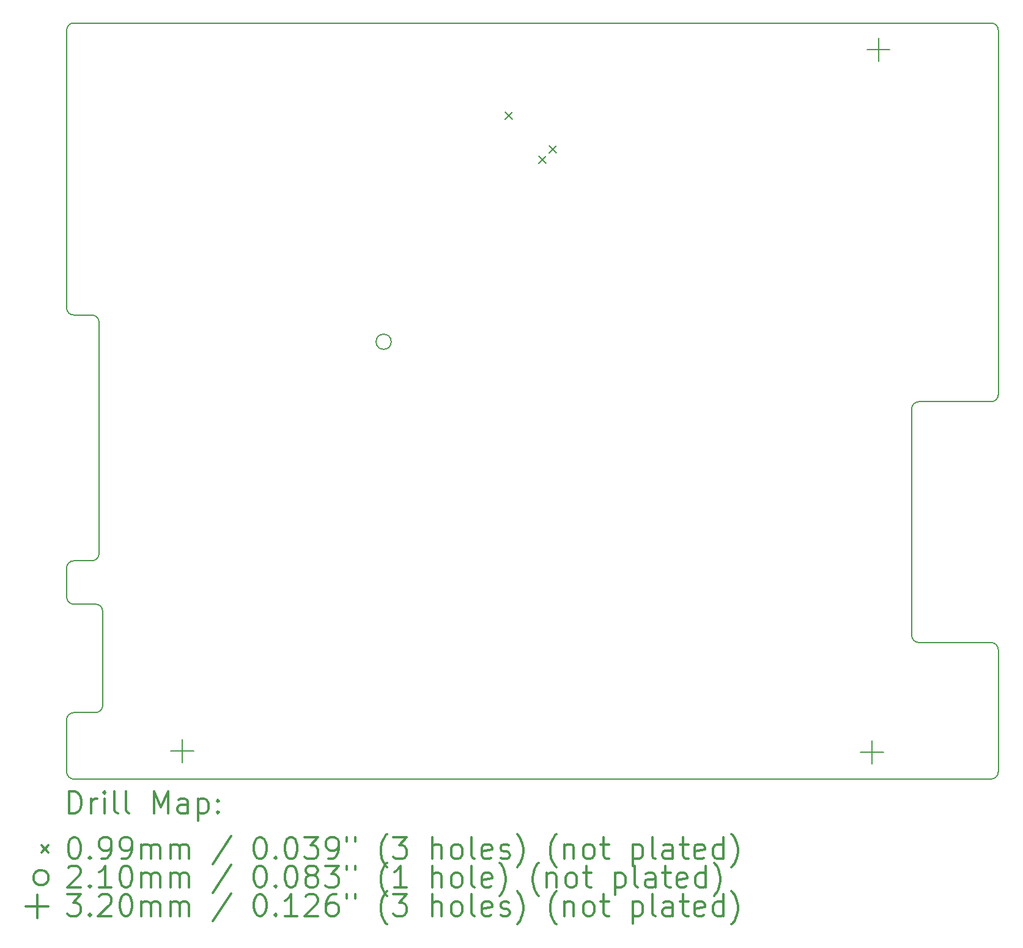
<source format=gbr>
%FSLAX45Y45*%
G04 Gerber Fmt 4.5, Leading zero omitted, Abs format (unit mm)*
G04 Created by KiCad (PCBNEW (5.1.5)-3) date 2020-12-06 10:31:18*
%MOMM*%
%LPD*%
G04 APERTURE LIST*
%TA.AperFunction,Profile*%
%ADD10C,0.150000*%
%TD*%
%ADD11C,0.200000*%
%ADD12C,0.300000*%
G04 APERTURE END LIST*
D10*
X8650000Y-9200000D02*
G75*
G02X8750000Y-9300000I0J-100000D01*
G01*
X21100000Y-5160000D02*
G75*
G02X21200000Y-5260000I0J-100000D01*
G01*
X21200000Y-10300000D02*
G75*
G02X21100000Y-10400000I-100000J0D01*
G01*
X20000000Y-10500000D02*
G75*
G02X20100000Y-10400000I100000J0D01*
G01*
X20100000Y-13730000D02*
G75*
G02X20000000Y-13630000I0J100000D01*
G01*
X21100000Y-13730000D02*
G75*
G02X21200000Y-13830000I0J-100000D01*
G01*
X21200000Y-15520000D02*
G75*
G02X21100000Y-15620000I-100000J0D01*
G01*
X8400000Y-15620000D02*
G75*
G02X8300000Y-15520000I0J100000D01*
G01*
X8300000Y-14800000D02*
G75*
G02X8400000Y-14700000I100000J0D01*
G01*
X8800000Y-14600000D02*
G75*
G02X8700000Y-14700000I-100000J0D01*
G01*
X8700000Y-13200000D02*
G75*
G02X8800000Y-13300000I0J-100000D01*
G01*
X8650000Y-12600000D02*
X8400000Y-12600000D01*
X8750000Y-12500000D02*
G75*
G02X8650000Y-12600000I-100000J0D01*
G01*
X8300000Y-12700000D02*
G75*
G02X8400000Y-12600000I100000J0D01*
G01*
X8400000Y-13200000D02*
G75*
G02X8300000Y-13100000I0J100000D01*
G01*
X8400000Y-9200000D02*
G75*
G02X8300000Y-9100000I0J100000D01*
G01*
X8300000Y-5260000D02*
G75*
G02X8400000Y-5160000I100000J0D01*
G01*
X8700000Y-13200000D02*
X8400000Y-13200000D01*
X8300000Y-12700000D02*
X8300000Y-13100000D01*
X8300000Y-14800000D02*
X8300000Y-15520000D01*
X8400000Y-14700000D02*
X8700000Y-14700000D01*
X8800000Y-14600000D02*
X8800000Y-13300000D01*
X21200000Y-13830000D02*
X21200000Y-15520000D01*
X20100000Y-10400000D02*
X21100000Y-10400000D01*
X20000000Y-13630000D02*
X20000000Y-10500000D01*
X21100000Y-13730000D02*
X20100000Y-13730000D01*
X8650000Y-9200000D02*
X8400000Y-9200000D01*
X8750000Y-12500000D02*
X8750000Y-9300000D01*
X21100000Y-5160000D02*
X8400000Y-5160000D01*
X21200000Y-10300000D02*
X21200000Y-5260000D01*
X8400000Y-15620000D02*
X21100000Y-15620000D01*
X8300000Y-5260000D02*
X8300000Y-9100000D01*
D11*
X14371062Y-6391062D02*
X14470122Y-6490122D01*
X14470122Y-6391062D02*
X14371062Y-6490122D01*
X14838036Y-7001720D02*
X14937096Y-7100780D01*
X14937096Y-7001720D02*
X14838036Y-7100780D01*
X14981720Y-6858036D02*
X15080780Y-6957096D01*
X15080780Y-6858036D02*
X14981720Y-6957096D01*
X12795000Y-9570000D02*
G75*
G03X12795000Y-9570000I-105000J0D01*
G01*
X9900000Y-15070000D02*
X9900000Y-15390000D01*
X9740000Y-15230000D02*
X10060000Y-15230000D01*
X19450000Y-15090000D02*
X19450000Y-15410000D01*
X19290000Y-15250000D02*
X19610000Y-15250000D01*
X19540000Y-5370000D02*
X19540000Y-5690000D01*
X19380000Y-5530000D02*
X19700000Y-5530000D01*
D12*
X8336428Y-16093214D02*
X8336428Y-15793214D01*
X8407857Y-15793214D01*
X8450714Y-15807500D01*
X8479286Y-15836071D01*
X8493571Y-15864643D01*
X8507857Y-15921786D01*
X8507857Y-15964643D01*
X8493571Y-16021786D01*
X8479286Y-16050357D01*
X8450714Y-16078929D01*
X8407857Y-16093214D01*
X8336428Y-16093214D01*
X8636429Y-16093214D02*
X8636429Y-15893214D01*
X8636429Y-15950357D02*
X8650714Y-15921786D01*
X8665000Y-15907500D01*
X8693571Y-15893214D01*
X8722143Y-15893214D01*
X8822143Y-16093214D02*
X8822143Y-15893214D01*
X8822143Y-15793214D02*
X8807857Y-15807500D01*
X8822143Y-15821786D01*
X8836429Y-15807500D01*
X8822143Y-15793214D01*
X8822143Y-15821786D01*
X9007857Y-16093214D02*
X8979286Y-16078929D01*
X8965000Y-16050357D01*
X8965000Y-15793214D01*
X9165000Y-16093214D02*
X9136429Y-16078929D01*
X9122143Y-16050357D01*
X9122143Y-15793214D01*
X9507857Y-16093214D02*
X9507857Y-15793214D01*
X9607857Y-16007500D01*
X9707857Y-15793214D01*
X9707857Y-16093214D01*
X9979286Y-16093214D02*
X9979286Y-15936071D01*
X9965000Y-15907500D01*
X9936429Y-15893214D01*
X9879286Y-15893214D01*
X9850714Y-15907500D01*
X9979286Y-16078929D02*
X9950714Y-16093214D01*
X9879286Y-16093214D01*
X9850714Y-16078929D01*
X9836429Y-16050357D01*
X9836429Y-16021786D01*
X9850714Y-15993214D01*
X9879286Y-15978929D01*
X9950714Y-15978929D01*
X9979286Y-15964643D01*
X10122143Y-15893214D02*
X10122143Y-16193214D01*
X10122143Y-15907500D02*
X10150714Y-15893214D01*
X10207857Y-15893214D01*
X10236429Y-15907500D01*
X10250714Y-15921786D01*
X10265000Y-15950357D01*
X10265000Y-16036071D01*
X10250714Y-16064643D01*
X10236429Y-16078929D01*
X10207857Y-16093214D01*
X10150714Y-16093214D01*
X10122143Y-16078929D01*
X10393571Y-16064643D02*
X10407857Y-16078929D01*
X10393571Y-16093214D01*
X10379286Y-16078929D01*
X10393571Y-16064643D01*
X10393571Y-16093214D01*
X10393571Y-15907500D02*
X10407857Y-15921786D01*
X10393571Y-15936071D01*
X10379286Y-15921786D01*
X10393571Y-15907500D01*
X10393571Y-15936071D01*
X7950940Y-16537970D02*
X8050000Y-16637030D01*
X8050000Y-16537970D02*
X7950940Y-16637030D01*
X8393571Y-16423214D02*
X8422143Y-16423214D01*
X8450714Y-16437500D01*
X8465000Y-16451786D01*
X8479286Y-16480357D01*
X8493571Y-16537500D01*
X8493571Y-16608929D01*
X8479286Y-16666071D01*
X8465000Y-16694643D01*
X8450714Y-16708929D01*
X8422143Y-16723214D01*
X8393571Y-16723214D01*
X8365000Y-16708929D01*
X8350714Y-16694643D01*
X8336428Y-16666071D01*
X8322143Y-16608929D01*
X8322143Y-16537500D01*
X8336428Y-16480357D01*
X8350714Y-16451786D01*
X8365000Y-16437500D01*
X8393571Y-16423214D01*
X8622143Y-16694643D02*
X8636429Y-16708929D01*
X8622143Y-16723214D01*
X8607857Y-16708929D01*
X8622143Y-16694643D01*
X8622143Y-16723214D01*
X8779286Y-16723214D02*
X8836429Y-16723214D01*
X8865000Y-16708929D01*
X8879286Y-16694643D01*
X8907857Y-16651786D01*
X8922143Y-16594643D01*
X8922143Y-16480357D01*
X8907857Y-16451786D01*
X8893571Y-16437500D01*
X8865000Y-16423214D01*
X8807857Y-16423214D01*
X8779286Y-16437500D01*
X8765000Y-16451786D01*
X8750714Y-16480357D01*
X8750714Y-16551786D01*
X8765000Y-16580357D01*
X8779286Y-16594643D01*
X8807857Y-16608929D01*
X8865000Y-16608929D01*
X8893571Y-16594643D01*
X8907857Y-16580357D01*
X8922143Y-16551786D01*
X9065000Y-16723214D02*
X9122143Y-16723214D01*
X9150714Y-16708929D01*
X9165000Y-16694643D01*
X9193571Y-16651786D01*
X9207857Y-16594643D01*
X9207857Y-16480357D01*
X9193571Y-16451786D01*
X9179286Y-16437500D01*
X9150714Y-16423214D01*
X9093571Y-16423214D01*
X9065000Y-16437500D01*
X9050714Y-16451786D01*
X9036429Y-16480357D01*
X9036429Y-16551786D01*
X9050714Y-16580357D01*
X9065000Y-16594643D01*
X9093571Y-16608929D01*
X9150714Y-16608929D01*
X9179286Y-16594643D01*
X9193571Y-16580357D01*
X9207857Y-16551786D01*
X9336429Y-16723214D02*
X9336429Y-16523214D01*
X9336429Y-16551786D02*
X9350714Y-16537500D01*
X9379286Y-16523214D01*
X9422143Y-16523214D01*
X9450714Y-16537500D01*
X9465000Y-16566071D01*
X9465000Y-16723214D01*
X9465000Y-16566071D02*
X9479286Y-16537500D01*
X9507857Y-16523214D01*
X9550714Y-16523214D01*
X9579286Y-16537500D01*
X9593571Y-16566071D01*
X9593571Y-16723214D01*
X9736429Y-16723214D02*
X9736429Y-16523214D01*
X9736429Y-16551786D02*
X9750714Y-16537500D01*
X9779286Y-16523214D01*
X9822143Y-16523214D01*
X9850714Y-16537500D01*
X9865000Y-16566071D01*
X9865000Y-16723214D01*
X9865000Y-16566071D02*
X9879286Y-16537500D01*
X9907857Y-16523214D01*
X9950714Y-16523214D01*
X9979286Y-16537500D01*
X9993571Y-16566071D01*
X9993571Y-16723214D01*
X10579286Y-16408929D02*
X10322143Y-16794643D01*
X10965000Y-16423214D02*
X10993571Y-16423214D01*
X11022143Y-16437500D01*
X11036429Y-16451786D01*
X11050714Y-16480357D01*
X11065000Y-16537500D01*
X11065000Y-16608929D01*
X11050714Y-16666071D01*
X11036429Y-16694643D01*
X11022143Y-16708929D01*
X10993571Y-16723214D01*
X10965000Y-16723214D01*
X10936429Y-16708929D01*
X10922143Y-16694643D01*
X10907857Y-16666071D01*
X10893571Y-16608929D01*
X10893571Y-16537500D01*
X10907857Y-16480357D01*
X10922143Y-16451786D01*
X10936429Y-16437500D01*
X10965000Y-16423214D01*
X11193571Y-16694643D02*
X11207857Y-16708929D01*
X11193571Y-16723214D01*
X11179286Y-16708929D01*
X11193571Y-16694643D01*
X11193571Y-16723214D01*
X11393571Y-16423214D02*
X11422143Y-16423214D01*
X11450714Y-16437500D01*
X11465000Y-16451786D01*
X11479286Y-16480357D01*
X11493571Y-16537500D01*
X11493571Y-16608929D01*
X11479286Y-16666071D01*
X11465000Y-16694643D01*
X11450714Y-16708929D01*
X11422143Y-16723214D01*
X11393571Y-16723214D01*
X11365000Y-16708929D01*
X11350714Y-16694643D01*
X11336428Y-16666071D01*
X11322143Y-16608929D01*
X11322143Y-16537500D01*
X11336428Y-16480357D01*
X11350714Y-16451786D01*
X11365000Y-16437500D01*
X11393571Y-16423214D01*
X11593571Y-16423214D02*
X11779286Y-16423214D01*
X11679286Y-16537500D01*
X11722143Y-16537500D01*
X11750714Y-16551786D01*
X11765000Y-16566071D01*
X11779286Y-16594643D01*
X11779286Y-16666071D01*
X11765000Y-16694643D01*
X11750714Y-16708929D01*
X11722143Y-16723214D01*
X11636428Y-16723214D01*
X11607857Y-16708929D01*
X11593571Y-16694643D01*
X11922143Y-16723214D02*
X11979286Y-16723214D01*
X12007857Y-16708929D01*
X12022143Y-16694643D01*
X12050714Y-16651786D01*
X12065000Y-16594643D01*
X12065000Y-16480357D01*
X12050714Y-16451786D01*
X12036428Y-16437500D01*
X12007857Y-16423214D01*
X11950714Y-16423214D01*
X11922143Y-16437500D01*
X11907857Y-16451786D01*
X11893571Y-16480357D01*
X11893571Y-16551786D01*
X11907857Y-16580357D01*
X11922143Y-16594643D01*
X11950714Y-16608929D01*
X12007857Y-16608929D01*
X12036428Y-16594643D01*
X12050714Y-16580357D01*
X12065000Y-16551786D01*
X12179286Y-16423214D02*
X12179286Y-16480357D01*
X12293571Y-16423214D02*
X12293571Y-16480357D01*
X12736428Y-16837500D02*
X12722143Y-16823214D01*
X12693571Y-16780357D01*
X12679286Y-16751786D01*
X12665000Y-16708929D01*
X12650714Y-16637500D01*
X12650714Y-16580357D01*
X12665000Y-16508929D01*
X12679286Y-16466071D01*
X12693571Y-16437500D01*
X12722143Y-16394643D01*
X12736428Y-16380357D01*
X12822143Y-16423214D02*
X13007857Y-16423214D01*
X12907857Y-16537500D01*
X12950714Y-16537500D01*
X12979286Y-16551786D01*
X12993571Y-16566071D01*
X13007857Y-16594643D01*
X13007857Y-16666071D01*
X12993571Y-16694643D01*
X12979286Y-16708929D01*
X12950714Y-16723214D01*
X12865000Y-16723214D01*
X12836428Y-16708929D01*
X12822143Y-16694643D01*
X13365000Y-16723214D02*
X13365000Y-16423214D01*
X13493571Y-16723214D02*
X13493571Y-16566071D01*
X13479286Y-16537500D01*
X13450714Y-16523214D01*
X13407857Y-16523214D01*
X13379286Y-16537500D01*
X13365000Y-16551786D01*
X13679286Y-16723214D02*
X13650714Y-16708929D01*
X13636428Y-16694643D01*
X13622143Y-16666071D01*
X13622143Y-16580357D01*
X13636428Y-16551786D01*
X13650714Y-16537500D01*
X13679286Y-16523214D01*
X13722143Y-16523214D01*
X13750714Y-16537500D01*
X13765000Y-16551786D01*
X13779286Y-16580357D01*
X13779286Y-16666071D01*
X13765000Y-16694643D01*
X13750714Y-16708929D01*
X13722143Y-16723214D01*
X13679286Y-16723214D01*
X13950714Y-16723214D02*
X13922143Y-16708929D01*
X13907857Y-16680357D01*
X13907857Y-16423214D01*
X14179286Y-16708929D02*
X14150714Y-16723214D01*
X14093571Y-16723214D01*
X14065000Y-16708929D01*
X14050714Y-16680357D01*
X14050714Y-16566071D01*
X14065000Y-16537500D01*
X14093571Y-16523214D01*
X14150714Y-16523214D01*
X14179286Y-16537500D01*
X14193571Y-16566071D01*
X14193571Y-16594643D01*
X14050714Y-16623214D01*
X14307857Y-16708929D02*
X14336428Y-16723214D01*
X14393571Y-16723214D01*
X14422143Y-16708929D01*
X14436428Y-16680357D01*
X14436428Y-16666071D01*
X14422143Y-16637500D01*
X14393571Y-16623214D01*
X14350714Y-16623214D01*
X14322143Y-16608929D01*
X14307857Y-16580357D01*
X14307857Y-16566071D01*
X14322143Y-16537500D01*
X14350714Y-16523214D01*
X14393571Y-16523214D01*
X14422143Y-16537500D01*
X14536428Y-16837500D02*
X14550714Y-16823214D01*
X14579286Y-16780357D01*
X14593571Y-16751786D01*
X14607857Y-16708929D01*
X14622143Y-16637500D01*
X14622143Y-16580357D01*
X14607857Y-16508929D01*
X14593571Y-16466071D01*
X14579286Y-16437500D01*
X14550714Y-16394643D01*
X14536428Y-16380357D01*
X15079286Y-16837500D02*
X15065000Y-16823214D01*
X15036428Y-16780357D01*
X15022143Y-16751786D01*
X15007857Y-16708929D01*
X14993571Y-16637500D01*
X14993571Y-16580357D01*
X15007857Y-16508929D01*
X15022143Y-16466071D01*
X15036428Y-16437500D01*
X15065000Y-16394643D01*
X15079286Y-16380357D01*
X15193571Y-16523214D02*
X15193571Y-16723214D01*
X15193571Y-16551786D02*
X15207857Y-16537500D01*
X15236428Y-16523214D01*
X15279286Y-16523214D01*
X15307857Y-16537500D01*
X15322143Y-16566071D01*
X15322143Y-16723214D01*
X15507857Y-16723214D02*
X15479286Y-16708929D01*
X15465000Y-16694643D01*
X15450714Y-16666071D01*
X15450714Y-16580357D01*
X15465000Y-16551786D01*
X15479286Y-16537500D01*
X15507857Y-16523214D01*
X15550714Y-16523214D01*
X15579286Y-16537500D01*
X15593571Y-16551786D01*
X15607857Y-16580357D01*
X15607857Y-16666071D01*
X15593571Y-16694643D01*
X15579286Y-16708929D01*
X15550714Y-16723214D01*
X15507857Y-16723214D01*
X15693571Y-16523214D02*
X15807857Y-16523214D01*
X15736428Y-16423214D02*
X15736428Y-16680357D01*
X15750714Y-16708929D01*
X15779286Y-16723214D01*
X15807857Y-16723214D01*
X16136428Y-16523214D02*
X16136428Y-16823214D01*
X16136428Y-16537500D02*
X16165000Y-16523214D01*
X16222143Y-16523214D01*
X16250714Y-16537500D01*
X16265000Y-16551786D01*
X16279286Y-16580357D01*
X16279286Y-16666071D01*
X16265000Y-16694643D01*
X16250714Y-16708929D01*
X16222143Y-16723214D01*
X16165000Y-16723214D01*
X16136428Y-16708929D01*
X16450714Y-16723214D02*
X16422143Y-16708929D01*
X16407857Y-16680357D01*
X16407857Y-16423214D01*
X16693571Y-16723214D02*
X16693571Y-16566071D01*
X16679286Y-16537500D01*
X16650714Y-16523214D01*
X16593571Y-16523214D01*
X16565000Y-16537500D01*
X16693571Y-16708929D02*
X16665000Y-16723214D01*
X16593571Y-16723214D01*
X16565000Y-16708929D01*
X16550714Y-16680357D01*
X16550714Y-16651786D01*
X16565000Y-16623214D01*
X16593571Y-16608929D01*
X16665000Y-16608929D01*
X16693571Y-16594643D01*
X16793571Y-16523214D02*
X16907857Y-16523214D01*
X16836429Y-16423214D02*
X16836429Y-16680357D01*
X16850714Y-16708929D01*
X16879286Y-16723214D01*
X16907857Y-16723214D01*
X17122143Y-16708929D02*
X17093571Y-16723214D01*
X17036429Y-16723214D01*
X17007857Y-16708929D01*
X16993571Y-16680357D01*
X16993571Y-16566071D01*
X17007857Y-16537500D01*
X17036429Y-16523214D01*
X17093571Y-16523214D01*
X17122143Y-16537500D01*
X17136429Y-16566071D01*
X17136429Y-16594643D01*
X16993571Y-16623214D01*
X17393571Y-16723214D02*
X17393571Y-16423214D01*
X17393571Y-16708929D02*
X17365000Y-16723214D01*
X17307857Y-16723214D01*
X17279286Y-16708929D01*
X17265000Y-16694643D01*
X17250714Y-16666071D01*
X17250714Y-16580357D01*
X17265000Y-16551786D01*
X17279286Y-16537500D01*
X17307857Y-16523214D01*
X17365000Y-16523214D01*
X17393571Y-16537500D01*
X17507857Y-16837500D02*
X17522143Y-16823214D01*
X17550714Y-16780357D01*
X17565000Y-16751786D01*
X17579286Y-16708929D01*
X17593571Y-16637500D01*
X17593571Y-16580357D01*
X17579286Y-16508929D01*
X17565000Y-16466071D01*
X17550714Y-16437500D01*
X17522143Y-16394643D01*
X17507857Y-16380357D01*
X8050000Y-16983500D02*
G75*
G03X8050000Y-16983500I-105000J0D01*
G01*
X8322143Y-16847786D02*
X8336428Y-16833500D01*
X8365000Y-16819214D01*
X8436429Y-16819214D01*
X8465000Y-16833500D01*
X8479286Y-16847786D01*
X8493571Y-16876357D01*
X8493571Y-16904929D01*
X8479286Y-16947786D01*
X8307857Y-17119214D01*
X8493571Y-17119214D01*
X8622143Y-17090643D02*
X8636429Y-17104929D01*
X8622143Y-17119214D01*
X8607857Y-17104929D01*
X8622143Y-17090643D01*
X8622143Y-17119214D01*
X8922143Y-17119214D02*
X8750714Y-17119214D01*
X8836429Y-17119214D02*
X8836429Y-16819214D01*
X8807857Y-16862072D01*
X8779286Y-16890643D01*
X8750714Y-16904929D01*
X9107857Y-16819214D02*
X9136429Y-16819214D01*
X9165000Y-16833500D01*
X9179286Y-16847786D01*
X9193571Y-16876357D01*
X9207857Y-16933500D01*
X9207857Y-17004929D01*
X9193571Y-17062072D01*
X9179286Y-17090643D01*
X9165000Y-17104929D01*
X9136429Y-17119214D01*
X9107857Y-17119214D01*
X9079286Y-17104929D01*
X9065000Y-17090643D01*
X9050714Y-17062072D01*
X9036429Y-17004929D01*
X9036429Y-16933500D01*
X9050714Y-16876357D01*
X9065000Y-16847786D01*
X9079286Y-16833500D01*
X9107857Y-16819214D01*
X9336429Y-17119214D02*
X9336429Y-16919214D01*
X9336429Y-16947786D02*
X9350714Y-16933500D01*
X9379286Y-16919214D01*
X9422143Y-16919214D01*
X9450714Y-16933500D01*
X9465000Y-16962072D01*
X9465000Y-17119214D01*
X9465000Y-16962072D02*
X9479286Y-16933500D01*
X9507857Y-16919214D01*
X9550714Y-16919214D01*
X9579286Y-16933500D01*
X9593571Y-16962072D01*
X9593571Y-17119214D01*
X9736429Y-17119214D02*
X9736429Y-16919214D01*
X9736429Y-16947786D02*
X9750714Y-16933500D01*
X9779286Y-16919214D01*
X9822143Y-16919214D01*
X9850714Y-16933500D01*
X9865000Y-16962072D01*
X9865000Y-17119214D01*
X9865000Y-16962072D02*
X9879286Y-16933500D01*
X9907857Y-16919214D01*
X9950714Y-16919214D01*
X9979286Y-16933500D01*
X9993571Y-16962072D01*
X9993571Y-17119214D01*
X10579286Y-16804929D02*
X10322143Y-17190643D01*
X10965000Y-16819214D02*
X10993571Y-16819214D01*
X11022143Y-16833500D01*
X11036429Y-16847786D01*
X11050714Y-16876357D01*
X11065000Y-16933500D01*
X11065000Y-17004929D01*
X11050714Y-17062072D01*
X11036429Y-17090643D01*
X11022143Y-17104929D01*
X10993571Y-17119214D01*
X10965000Y-17119214D01*
X10936429Y-17104929D01*
X10922143Y-17090643D01*
X10907857Y-17062072D01*
X10893571Y-17004929D01*
X10893571Y-16933500D01*
X10907857Y-16876357D01*
X10922143Y-16847786D01*
X10936429Y-16833500D01*
X10965000Y-16819214D01*
X11193571Y-17090643D02*
X11207857Y-17104929D01*
X11193571Y-17119214D01*
X11179286Y-17104929D01*
X11193571Y-17090643D01*
X11193571Y-17119214D01*
X11393571Y-16819214D02*
X11422143Y-16819214D01*
X11450714Y-16833500D01*
X11465000Y-16847786D01*
X11479286Y-16876357D01*
X11493571Y-16933500D01*
X11493571Y-17004929D01*
X11479286Y-17062072D01*
X11465000Y-17090643D01*
X11450714Y-17104929D01*
X11422143Y-17119214D01*
X11393571Y-17119214D01*
X11365000Y-17104929D01*
X11350714Y-17090643D01*
X11336428Y-17062072D01*
X11322143Y-17004929D01*
X11322143Y-16933500D01*
X11336428Y-16876357D01*
X11350714Y-16847786D01*
X11365000Y-16833500D01*
X11393571Y-16819214D01*
X11665000Y-16947786D02*
X11636428Y-16933500D01*
X11622143Y-16919214D01*
X11607857Y-16890643D01*
X11607857Y-16876357D01*
X11622143Y-16847786D01*
X11636428Y-16833500D01*
X11665000Y-16819214D01*
X11722143Y-16819214D01*
X11750714Y-16833500D01*
X11765000Y-16847786D01*
X11779286Y-16876357D01*
X11779286Y-16890643D01*
X11765000Y-16919214D01*
X11750714Y-16933500D01*
X11722143Y-16947786D01*
X11665000Y-16947786D01*
X11636428Y-16962072D01*
X11622143Y-16976357D01*
X11607857Y-17004929D01*
X11607857Y-17062072D01*
X11622143Y-17090643D01*
X11636428Y-17104929D01*
X11665000Y-17119214D01*
X11722143Y-17119214D01*
X11750714Y-17104929D01*
X11765000Y-17090643D01*
X11779286Y-17062072D01*
X11779286Y-17004929D01*
X11765000Y-16976357D01*
X11750714Y-16962072D01*
X11722143Y-16947786D01*
X11879286Y-16819214D02*
X12065000Y-16819214D01*
X11965000Y-16933500D01*
X12007857Y-16933500D01*
X12036428Y-16947786D01*
X12050714Y-16962072D01*
X12065000Y-16990643D01*
X12065000Y-17062072D01*
X12050714Y-17090643D01*
X12036428Y-17104929D01*
X12007857Y-17119214D01*
X11922143Y-17119214D01*
X11893571Y-17104929D01*
X11879286Y-17090643D01*
X12179286Y-16819214D02*
X12179286Y-16876357D01*
X12293571Y-16819214D02*
X12293571Y-16876357D01*
X12736428Y-17233500D02*
X12722143Y-17219214D01*
X12693571Y-17176357D01*
X12679286Y-17147786D01*
X12665000Y-17104929D01*
X12650714Y-17033500D01*
X12650714Y-16976357D01*
X12665000Y-16904929D01*
X12679286Y-16862072D01*
X12693571Y-16833500D01*
X12722143Y-16790643D01*
X12736428Y-16776357D01*
X13007857Y-17119214D02*
X12836428Y-17119214D01*
X12922143Y-17119214D02*
X12922143Y-16819214D01*
X12893571Y-16862072D01*
X12865000Y-16890643D01*
X12836428Y-16904929D01*
X13365000Y-17119214D02*
X13365000Y-16819214D01*
X13493571Y-17119214D02*
X13493571Y-16962072D01*
X13479286Y-16933500D01*
X13450714Y-16919214D01*
X13407857Y-16919214D01*
X13379286Y-16933500D01*
X13365000Y-16947786D01*
X13679286Y-17119214D02*
X13650714Y-17104929D01*
X13636428Y-17090643D01*
X13622143Y-17062072D01*
X13622143Y-16976357D01*
X13636428Y-16947786D01*
X13650714Y-16933500D01*
X13679286Y-16919214D01*
X13722143Y-16919214D01*
X13750714Y-16933500D01*
X13765000Y-16947786D01*
X13779286Y-16976357D01*
X13779286Y-17062072D01*
X13765000Y-17090643D01*
X13750714Y-17104929D01*
X13722143Y-17119214D01*
X13679286Y-17119214D01*
X13950714Y-17119214D02*
X13922143Y-17104929D01*
X13907857Y-17076357D01*
X13907857Y-16819214D01*
X14179286Y-17104929D02*
X14150714Y-17119214D01*
X14093571Y-17119214D01*
X14065000Y-17104929D01*
X14050714Y-17076357D01*
X14050714Y-16962072D01*
X14065000Y-16933500D01*
X14093571Y-16919214D01*
X14150714Y-16919214D01*
X14179286Y-16933500D01*
X14193571Y-16962072D01*
X14193571Y-16990643D01*
X14050714Y-17019214D01*
X14293571Y-17233500D02*
X14307857Y-17219214D01*
X14336428Y-17176357D01*
X14350714Y-17147786D01*
X14365000Y-17104929D01*
X14379286Y-17033500D01*
X14379286Y-16976357D01*
X14365000Y-16904929D01*
X14350714Y-16862072D01*
X14336428Y-16833500D01*
X14307857Y-16790643D01*
X14293571Y-16776357D01*
X14836428Y-17233500D02*
X14822143Y-17219214D01*
X14793571Y-17176357D01*
X14779286Y-17147786D01*
X14765000Y-17104929D01*
X14750714Y-17033500D01*
X14750714Y-16976357D01*
X14765000Y-16904929D01*
X14779286Y-16862072D01*
X14793571Y-16833500D01*
X14822143Y-16790643D01*
X14836428Y-16776357D01*
X14950714Y-16919214D02*
X14950714Y-17119214D01*
X14950714Y-16947786D02*
X14965000Y-16933500D01*
X14993571Y-16919214D01*
X15036428Y-16919214D01*
X15065000Y-16933500D01*
X15079286Y-16962072D01*
X15079286Y-17119214D01*
X15265000Y-17119214D02*
X15236428Y-17104929D01*
X15222143Y-17090643D01*
X15207857Y-17062072D01*
X15207857Y-16976357D01*
X15222143Y-16947786D01*
X15236428Y-16933500D01*
X15265000Y-16919214D01*
X15307857Y-16919214D01*
X15336428Y-16933500D01*
X15350714Y-16947786D01*
X15365000Y-16976357D01*
X15365000Y-17062072D01*
X15350714Y-17090643D01*
X15336428Y-17104929D01*
X15307857Y-17119214D01*
X15265000Y-17119214D01*
X15450714Y-16919214D02*
X15565000Y-16919214D01*
X15493571Y-16819214D02*
X15493571Y-17076357D01*
X15507857Y-17104929D01*
X15536428Y-17119214D01*
X15565000Y-17119214D01*
X15893571Y-16919214D02*
X15893571Y-17219214D01*
X15893571Y-16933500D02*
X15922143Y-16919214D01*
X15979286Y-16919214D01*
X16007857Y-16933500D01*
X16022143Y-16947786D01*
X16036428Y-16976357D01*
X16036428Y-17062072D01*
X16022143Y-17090643D01*
X16007857Y-17104929D01*
X15979286Y-17119214D01*
X15922143Y-17119214D01*
X15893571Y-17104929D01*
X16207857Y-17119214D02*
X16179286Y-17104929D01*
X16165000Y-17076357D01*
X16165000Y-16819214D01*
X16450714Y-17119214D02*
X16450714Y-16962072D01*
X16436428Y-16933500D01*
X16407857Y-16919214D01*
X16350714Y-16919214D01*
X16322143Y-16933500D01*
X16450714Y-17104929D02*
X16422143Y-17119214D01*
X16350714Y-17119214D01*
X16322143Y-17104929D01*
X16307857Y-17076357D01*
X16307857Y-17047786D01*
X16322143Y-17019214D01*
X16350714Y-17004929D01*
X16422143Y-17004929D01*
X16450714Y-16990643D01*
X16550714Y-16919214D02*
X16665000Y-16919214D01*
X16593571Y-16819214D02*
X16593571Y-17076357D01*
X16607857Y-17104929D01*
X16636428Y-17119214D01*
X16665000Y-17119214D01*
X16879286Y-17104929D02*
X16850714Y-17119214D01*
X16793571Y-17119214D01*
X16765000Y-17104929D01*
X16750714Y-17076357D01*
X16750714Y-16962072D01*
X16765000Y-16933500D01*
X16793571Y-16919214D01*
X16850714Y-16919214D01*
X16879286Y-16933500D01*
X16893571Y-16962072D01*
X16893571Y-16990643D01*
X16750714Y-17019214D01*
X17150714Y-17119214D02*
X17150714Y-16819214D01*
X17150714Y-17104929D02*
X17122143Y-17119214D01*
X17065000Y-17119214D01*
X17036429Y-17104929D01*
X17022143Y-17090643D01*
X17007857Y-17062072D01*
X17007857Y-16976357D01*
X17022143Y-16947786D01*
X17036429Y-16933500D01*
X17065000Y-16919214D01*
X17122143Y-16919214D01*
X17150714Y-16933500D01*
X17265000Y-17233500D02*
X17279286Y-17219214D01*
X17307857Y-17176357D01*
X17322143Y-17147786D01*
X17336429Y-17104929D01*
X17350714Y-17033500D01*
X17350714Y-16976357D01*
X17336429Y-16904929D01*
X17322143Y-16862072D01*
X17307857Y-16833500D01*
X17279286Y-16790643D01*
X17265000Y-16776357D01*
X7890000Y-17219500D02*
X7890000Y-17539500D01*
X7730000Y-17379500D02*
X8050000Y-17379500D01*
X8307857Y-17215214D02*
X8493571Y-17215214D01*
X8393571Y-17329500D01*
X8436429Y-17329500D01*
X8465000Y-17343786D01*
X8479286Y-17358072D01*
X8493571Y-17386643D01*
X8493571Y-17458072D01*
X8479286Y-17486643D01*
X8465000Y-17500929D01*
X8436429Y-17515214D01*
X8350714Y-17515214D01*
X8322143Y-17500929D01*
X8307857Y-17486643D01*
X8622143Y-17486643D02*
X8636429Y-17500929D01*
X8622143Y-17515214D01*
X8607857Y-17500929D01*
X8622143Y-17486643D01*
X8622143Y-17515214D01*
X8750714Y-17243786D02*
X8765000Y-17229500D01*
X8793571Y-17215214D01*
X8865000Y-17215214D01*
X8893571Y-17229500D01*
X8907857Y-17243786D01*
X8922143Y-17272357D01*
X8922143Y-17300929D01*
X8907857Y-17343786D01*
X8736429Y-17515214D01*
X8922143Y-17515214D01*
X9107857Y-17215214D02*
X9136429Y-17215214D01*
X9165000Y-17229500D01*
X9179286Y-17243786D01*
X9193571Y-17272357D01*
X9207857Y-17329500D01*
X9207857Y-17400929D01*
X9193571Y-17458072D01*
X9179286Y-17486643D01*
X9165000Y-17500929D01*
X9136429Y-17515214D01*
X9107857Y-17515214D01*
X9079286Y-17500929D01*
X9065000Y-17486643D01*
X9050714Y-17458072D01*
X9036429Y-17400929D01*
X9036429Y-17329500D01*
X9050714Y-17272357D01*
X9065000Y-17243786D01*
X9079286Y-17229500D01*
X9107857Y-17215214D01*
X9336429Y-17515214D02*
X9336429Y-17315214D01*
X9336429Y-17343786D02*
X9350714Y-17329500D01*
X9379286Y-17315214D01*
X9422143Y-17315214D01*
X9450714Y-17329500D01*
X9465000Y-17358072D01*
X9465000Y-17515214D01*
X9465000Y-17358072D02*
X9479286Y-17329500D01*
X9507857Y-17315214D01*
X9550714Y-17315214D01*
X9579286Y-17329500D01*
X9593571Y-17358072D01*
X9593571Y-17515214D01*
X9736429Y-17515214D02*
X9736429Y-17315214D01*
X9736429Y-17343786D02*
X9750714Y-17329500D01*
X9779286Y-17315214D01*
X9822143Y-17315214D01*
X9850714Y-17329500D01*
X9865000Y-17358072D01*
X9865000Y-17515214D01*
X9865000Y-17358072D02*
X9879286Y-17329500D01*
X9907857Y-17315214D01*
X9950714Y-17315214D01*
X9979286Y-17329500D01*
X9993571Y-17358072D01*
X9993571Y-17515214D01*
X10579286Y-17200929D02*
X10322143Y-17586643D01*
X10965000Y-17215214D02*
X10993571Y-17215214D01*
X11022143Y-17229500D01*
X11036429Y-17243786D01*
X11050714Y-17272357D01*
X11065000Y-17329500D01*
X11065000Y-17400929D01*
X11050714Y-17458072D01*
X11036429Y-17486643D01*
X11022143Y-17500929D01*
X10993571Y-17515214D01*
X10965000Y-17515214D01*
X10936429Y-17500929D01*
X10922143Y-17486643D01*
X10907857Y-17458072D01*
X10893571Y-17400929D01*
X10893571Y-17329500D01*
X10907857Y-17272357D01*
X10922143Y-17243786D01*
X10936429Y-17229500D01*
X10965000Y-17215214D01*
X11193571Y-17486643D02*
X11207857Y-17500929D01*
X11193571Y-17515214D01*
X11179286Y-17500929D01*
X11193571Y-17486643D01*
X11193571Y-17515214D01*
X11493571Y-17515214D02*
X11322143Y-17515214D01*
X11407857Y-17515214D02*
X11407857Y-17215214D01*
X11379286Y-17258072D01*
X11350714Y-17286643D01*
X11322143Y-17300929D01*
X11607857Y-17243786D02*
X11622143Y-17229500D01*
X11650714Y-17215214D01*
X11722143Y-17215214D01*
X11750714Y-17229500D01*
X11765000Y-17243786D01*
X11779286Y-17272357D01*
X11779286Y-17300929D01*
X11765000Y-17343786D01*
X11593571Y-17515214D01*
X11779286Y-17515214D01*
X12036428Y-17215214D02*
X11979286Y-17215214D01*
X11950714Y-17229500D01*
X11936428Y-17243786D01*
X11907857Y-17286643D01*
X11893571Y-17343786D01*
X11893571Y-17458072D01*
X11907857Y-17486643D01*
X11922143Y-17500929D01*
X11950714Y-17515214D01*
X12007857Y-17515214D01*
X12036428Y-17500929D01*
X12050714Y-17486643D01*
X12065000Y-17458072D01*
X12065000Y-17386643D01*
X12050714Y-17358072D01*
X12036428Y-17343786D01*
X12007857Y-17329500D01*
X11950714Y-17329500D01*
X11922143Y-17343786D01*
X11907857Y-17358072D01*
X11893571Y-17386643D01*
X12179286Y-17215214D02*
X12179286Y-17272357D01*
X12293571Y-17215214D02*
X12293571Y-17272357D01*
X12736428Y-17629500D02*
X12722143Y-17615214D01*
X12693571Y-17572357D01*
X12679286Y-17543786D01*
X12665000Y-17500929D01*
X12650714Y-17429500D01*
X12650714Y-17372357D01*
X12665000Y-17300929D01*
X12679286Y-17258072D01*
X12693571Y-17229500D01*
X12722143Y-17186643D01*
X12736428Y-17172357D01*
X12822143Y-17215214D02*
X13007857Y-17215214D01*
X12907857Y-17329500D01*
X12950714Y-17329500D01*
X12979286Y-17343786D01*
X12993571Y-17358072D01*
X13007857Y-17386643D01*
X13007857Y-17458072D01*
X12993571Y-17486643D01*
X12979286Y-17500929D01*
X12950714Y-17515214D01*
X12865000Y-17515214D01*
X12836428Y-17500929D01*
X12822143Y-17486643D01*
X13365000Y-17515214D02*
X13365000Y-17215214D01*
X13493571Y-17515214D02*
X13493571Y-17358072D01*
X13479286Y-17329500D01*
X13450714Y-17315214D01*
X13407857Y-17315214D01*
X13379286Y-17329500D01*
X13365000Y-17343786D01*
X13679286Y-17515214D02*
X13650714Y-17500929D01*
X13636428Y-17486643D01*
X13622143Y-17458072D01*
X13622143Y-17372357D01*
X13636428Y-17343786D01*
X13650714Y-17329500D01*
X13679286Y-17315214D01*
X13722143Y-17315214D01*
X13750714Y-17329500D01*
X13765000Y-17343786D01*
X13779286Y-17372357D01*
X13779286Y-17458072D01*
X13765000Y-17486643D01*
X13750714Y-17500929D01*
X13722143Y-17515214D01*
X13679286Y-17515214D01*
X13950714Y-17515214D02*
X13922143Y-17500929D01*
X13907857Y-17472357D01*
X13907857Y-17215214D01*
X14179286Y-17500929D02*
X14150714Y-17515214D01*
X14093571Y-17515214D01*
X14065000Y-17500929D01*
X14050714Y-17472357D01*
X14050714Y-17358072D01*
X14065000Y-17329500D01*
X14093571Y-17315214D01*
X14150714Y-17315214D01*
X14179286Y-17329500D01*
X14193571Y-17358072D01*
X14193571Y-17386643D01*
X14050714Y-17415214D01*
X14307857Y-17500929D02*
X14336428Y-17515214D01*
X14393571Y-17515214D01*
X14422143Y-17500929D01*
X14436428Y-17472357D01*
X14436428Y-17458072D01*
X14422143Y-17429500D01*
X14393571Y-17415214D01*
X14350714Y-17415214D01*
X14322143Y-17400929D01*
X14307857Y-17372357D01*
X14307857Y-17358072D01*
X14322143Y-17329500D01*
X14350714Y-17315214D01*
X14393571Y-17315214D01*
X14422143Y-17329500D01*
X14536428Y-17629500D02*
X14550714Y-17615214D01*
X14579286Y-17572357D01*
X14593571Y-17543786D01*
X14607857Y-17500929D01*
X14622143Y-17429500D01*
X14622143Y-17372357D01*
X14607857Y-17300929D01*
X14593571Y-17258072D01*
X14579286Y-17229500D01*
X14550714Y-17186643D01*
X14536428Y-17172357D01*
X15079286Y-17629500D02*
X15065000Y-17615214D01*
X15036428Y-17572357D01*
X15022143Y-17543786D01*
X15007857Y-17500929D01*
X14993571Y-17429500D01*
X14993571Y-17372357D01*
X15007857Y-17300929D01*
X15022143Y-17258072D01*
X15036428Y-17229500D01*
X15065000Y-17186643D01*
X15079286Y-17172357D01*
X15193571Y-17315214D02*
X15193571Y-17515214D01*
X15193571Y-17343786D02*
X15207857Y-17329500D01*
X15236428Y-17315214D01*
X15279286Y-17315214D01*
X15307857Y-17329500D01*
X15322143Y-17358072D01*
X15322143Y-17515214D01*
X15507857Y-17515214D02*
X15479286Y-17500929D01*
X15465000Y-17486643D01*
X15450714Y-17458072D01*
X15450714Y-17372357D01*
X15465000Y-17343786D01*
X15479286Y-17329500D01*
X15507857Y-17315214D01*
X15550714Y-17315214D01*
X15579286Y-17329500D01*
X15593571Y-17343786D01*
X15607857Y-17372357D01*
X15607857Y-17458072D01*
X15593571Y-17486643D01*
X15579286Y-17500929D01*
X15550714Y-17515214D01*
X15507857Y-17515214D01*
X15693571Y-17315214D02*
X15807857Y-17315214D01*
X15736428Y-17215214D02*
X15736428Y-17472357D01*
X15750714Y-17500929D01*
X15779286Y-17515214D01*
X15807857Y-17515214D01*
X16136428Y-17315214D02*
X16136428Y-17615214D01*
X16136428Y-17329500D02*
X16165000Y-17315214D01*
X16222143Y-17315214D01*
X16250714Y-17329500D01*
X16265000Y-17343786D01*
X16279286Y-17372357D01*
X16279286Y-17458072D01*
X16265000Y-17486643D01*
X16250714Y-17500929D01*
X16222143Y-17515214D01*
X16165000Y-17515214D01*
X16136428Y-17500929D01*
X16450714Y-17515214D02*
X16422143Y-17500929D01*
X16407857Y-17472357D01*
X16407857Y-17215214D01*
X16693571Y-17515214D02*
X16693571Y-17358072D01*
X16679286Y-17329500D01*
X16650714Y-17315214D01*
X16593571Y-17315214D01*
X16565000Y-17329500D01*
X16693571Y-17500929D02*
X16665000Y-17515214D01*
X16593571Y-17515214D01*
X16565000Y-17500929D01*
X16550714Y-17472357D01*
X16550714Y-17443786D01*
X16565000Y-17415214D01*
X16593571Y-17400929D01*
X16665000Y-17400929D01*
X16693571Y-17386643D01*
X16793571Y-17315214D02*
X16907857Y-17315214D01*
X16836429Y-17215214D02*
X16836429Y-17472357D01*
X16850714Y-17500929D01*
X16879286Y-17515214D01*
X16907857Y-17515214D01*
X17122143Y-17500929D02*
X17093571Y-17515214D01*
X17036429Y-17515214D01*
X17007857Y-17500929D01*
X16993571Y-17472357D01*
X16993571Y-17358072D01*
X17007857Y-17329500D01*
X17036429Y-17315214D01*
X17093571Y-17315214D01*
X17122143Y-17329500D01*
X17136429Y-17358072D01*
X17136429Y-17386643D01*
X16993571Y-17415214D01*
X17393571Y-17515214D02*
X17393571Y-17215214D01*
X17393571Y-17500929D02*
X17365000Y-17515214D01*
X17307857Y-17515214D01*
X17279286Y-17500929D01*
X17265000Y-17486643D01*
X17250714Y-17458072D01*
X17250714Y-17372357D01*
X17265000Y-17343786D01*
X17279286Y-17329500D01*
X17307857Y-17315214D01*
X17365000Y-17315214D01*
X17393571Y-17329500D01*
X17507857Y-17629500D02*
X17522143Y-17615214D01*
X17550714Y-17572357D01*
X17565000Y-17543786D01*
X17579286Y-17500929D01*
X17593571Y-17429500D01*
X17593571Y-17372357D01*
X17579286Y-17300929D01*
X17565000Y-17258072D01*
X17550714Y-17229500D01*
X17522143Y-17186643D01*
X17507857Y-17172357D01*
M02*

</source>
